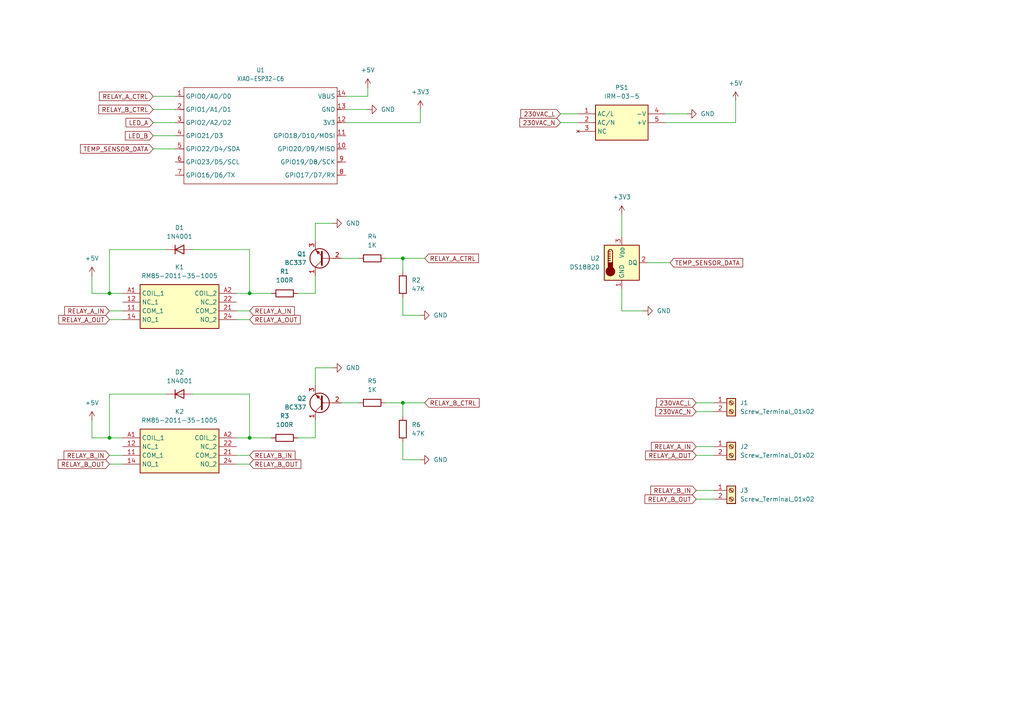
<source format=kicad_sch>
(kicad_sch (version 20250114) (generator "eeschema") (generator_version "9.0")
  (paper "A4")
  (lib_symbols
    (symbol "Connector:Screw_Terminal_01x02" (pin_names (offset 1.016) (hide yes))
      (property "Reference" "J" (at 0 2.54 0))
      (property "Value" "Screw_Terminal_01x02" (at 0 -5.08 0))
      (symbol "Screw_Terminal_01x02_1_1"
        (rectangle (start -1.27 1.27) (end 1.27 -3.81) (stroke (width 0.254)) (fill (type background)))
        (polyline (pts (xy -0.5334 0.3302) (xy 0.3302 -0.508)) (stroke (width 0.1524)))
        (polyline (pts (xy -0.5334 -2.2098) (xy 0.3302 -3.048)) (stroke (width 0.1524)))
        (polyline (pts (xy -0.3556 0.508) (xy 0.508 -0.3302)) (stroke (width 0.1524)))
        (polyline (pts (xy -0.3556 -2.032) (xy 0.508 -2.8702)) (stroke (width 0.1524)))
        (circle (center 0 0) (radius 0.635) (stroke (width 0.1524)))
        (circle (center 0 -2.54) (radius 0.635) (stroke (width 0.1524)))
        (pin passive line (at -5.08 0 0) (length 3.81) (name "Pin_1") (number "1"))
        (pin passive line (at -5.08 -2.54 0) (length 3.81) (name "Pin_2") (number "2"))
      )
    )
    (symbol "Device:R" (pin_numbers (hide yes)) (pin_names (offset 0))
      (property "Reference" "R" (at 2.032 0 90))
      (property "Value" "R" (at 0 0 90))
      (symbol "R_0_1"
        (rectangle (start -1.016 -2.54) (end 1.016 2.54) (stroke (width 0.254)))
      )
      (symbol "R_1_1"
        (pin passive line (at 0 3.81 270) (length 1.27) (name "~") (number "1"))
        (pin passive line (at 0 -3.81 90) (length 1.27) (name "~") (number "2"))
      )
    )
    (symbol "Diode:1N4001" (pin_numbers (hide yes)) (pin_names (hide yes))
      (property "Reference" "D" (at 0 2.54 0))
      (property "Value" "1N4001" (at 0 -2.54 0))
      (symbol "1N4001_0_1"
        (polyline (pts (xy -1.27 1.27) (xy -1.27 -1.27)) (stroke (width 0.254)))
        (polyline (pts (xy 1.27 1.27) (xy 1.27 -1.27) (xy -1.27 0) (xy 1.27 1.27)) (stroke (width 0.254)))
        (polyline (pts (xy 1.27 0) (xy -1.27 0)))
      )
      (symbol "1N4001_1_1"
        (pin passive line (at -3.81 0 0) (length 2.54) (name "K") (number "1"))
        (pin passive line (at 3.81 0 180) (length 2.54) (name "A") (number "2"))
      )
    )
    (symbol "Mean Well:IRM-03-5"
      (property "Reference" "PS" (at 21.59 7.62 0))
      (property "Value" "IRM-03-5" (at 21.59 5.08 0))
      (symbol "IRM-03-5_1_1"
        (rectangle (start 5.08 2.54) (end 20.32 -7.62) (stroke (width 0.254)) (fill (type background)))
        (pin passive line (at 0 0 0) (length 5.08) (name "AC/L") (number "1"))
        (pin passive line (at 0 -2.54 0) (length 5.08) (name "AC/N") (number "2"))
        (pin no_connect line (at 0 -5.08 0) (length 5.08) (name "NC") (number "3"))
        (pin passive line (at 25.4 0 180) (length 5.08) (name "-V") (number "4"))
        (pin passive line (at 25.4 -2.54 180) (length 5.08) (name "+V") (number "5"))
      )
    )
    (symbol "Relpol:RM85-2011-35-1005"
      (property "Reference" "K" (at 29.21 7.62 0))
      (property "Value" "RM85-2011-35-1005" (at 29.21 5.08 0))
      (symbol "RM85-2011-35-1005_1_1"
        (rectangle (start 5.08 2.54) (end 27.94 -10.16) (stroke (width 0.254)) (fill (type background)))
        (pin passive line (at 0 0 0) (length 5.08) (name "COIL_1") (number "A1"))
        (pin passive line (at 0 -2.54 0) (length 5.08) (name "NC_1") (number "12"))
        (pin passive line (at 0 -5.08 0) (length 5.08) (name "COM_1") (number "11"))
        (pin passive line (at 0 -7.62 0) (length 5.08) (name "NO_1") (number "14"))
        (pin passive line (at 33.02 0 180) (length 5.08) (name "COIL_2") (number "A2"))
        (pin passive line (at 33.02 -2.54 180) (length 5.08) (name "NC_2") (number "22"))
        (pin passive line (at 33.02 -5.08 180) (length 5.08) (name "COM_2") (number "21"))
        (pin passive line (at 33.02 -7.62 180) (length 5.08) (name "NO_2") (number "24"))
      )
    )
    (symbol "Seeed Studio:XIAO_ESP32-C6-DIP"
      (property "Reference" "U" (at -20.574 17.018 0))
      (property "Value" "XIAO-ESP32-C6" (at -15.24 14.986 0))
      (symbol "XIAO_ESP32-C6-DIP_1_0"
        (polyline (pts (xy -21.59 13.97) (xy 22.86 13.97)) (stroke (width 0.1524)))
        (polyline (pts (xy -21.59 11.43) (xy -22.86 11.43)) (stroke (width 0.1524)))
        (polyline (pts (xy -21.59 11.43) (xy -21.59 13.97)) (stroke (width 0.1524)))
        (polyline (pts (xy -21.59 7.62) (xy -22.86 7.62)) (stroke (width 0.1524)))
        (polyline (pts (xy -21.59 7.62) (xy -21.59 11.43)) (stroke (width 0.1524)))
        (polyline (pts (xy -21.59 3.81) (xy -22.86 3.81)) (stroke (width 0.1524)))
        (polyline (pts (xy -21.59 3.81) (xy -21.59 7.62)) (stroke (width 0.1524)))
        (polyline (pts (xy -21.59 0) (xy -22.86 0)) (stroke (width 0.1524)))
        (polyline (pts (xy -21.59 0) (xy -21.59 3.81)) (stroke (width 0.1524)))
        (polyline (pts (xy -21.59 -3.81) (xy -22.86 -3.81)) (stroke (width 0.1524)))
        (polyline (pts (xy -21.59 -7.62) (xy -22.86 -7.62)) (stroke (width 0.1524)))
        (polyline (pts (xy -21.59 -11.43) (xy -22.86 -11.43)) (stroke (width 0.1524)))
        (polyline (pts (xy -21.59 -13.97) (xy -21.59 0)) (stroke (width 0.1524)))
        (polyline (pts (xy 22.86 13.97) (xy 22.86 11.43)) (stroke (width 0.1524)))
        (polyline (pts (xy 22.86 11.43) (xy 22.86 7.62)) (stroke (width 0.1524)))
        (polyline (pts (xy 22.86 7.62) (xy 22.86 3.81)) (stroke (width 0.1524)))
        (polyline (pts (xy 22.86 3.81) (xy 22.86 -13.97)) (stroke (width 0.1524)))
        (polyline (pts (xy 22.86 -13.97) (xy -21.59 -13.97)) (stroke (width 0.1524)))
        (polyline (pts (xy 24.13 11.43) (xy 22.86 11.43)) (stroke (width 0.1524)))
        (polyline (pts (xy 24.13 7.62) (xy 22.86 7.62)) (stroke (width 0.1524)))
        (polyline (pts (xy 24.13 3.81) (xy 22.86 3.81)) (stroke (width 0.1524)))
        (polyline (pts (xy 24.13 0) (xy 22.86 0)) (stroke (width 0.1524)))
        (polyline (pts (xy 24.13 -3.81) (xy 22.86 -3.81)) (stroke (width 0.1524)))
        (polyline (pts (xy 24.13 -7.62) (xy 22.86 -7.62)) (stroke (width 0.1524)))
        (polyline (pts (xy 24.13 -11.43) (xy 22.86 -11.43)) (stroke (width 0.1524)))
        (pin passive line (at -24.13 11.43 0) (length 2.54) (name "GPIO0/A0/D0") (number "1"))
        (pin passive line (at -24.13 7.62 0) (length 2.54) (name "GPIO1/A1/D1") (number "2"))
        (pin passive line (at -24.13 3.81 0) (length 2.54) (name "GPIO2/A2/D2") (number "3"))
        (pin passive line (at -24.13 0 0) (length 2.54) (name "GPIO21/D3") (number "4"))
        (pin passive line (at -24.13 -3.81 0) (length 2.54) (name "GPIO22/D4/SDA") (number "5"))
        (pin passive line (at -24.13 -7.62 0) (length 2.54) (name "GPIO23/D5/SCL") (number "6"))
        (pin passive line (at -24.13 -11.43 0) (length 2.54) (name "GPIO16/D6/TX") (number "7"))
        (pin passive line (at 25.4 11.43 180) (length 2.54) (name "VBUS") (number "14"))
        (pin passive line (at 25.4 7.62 180) (length 2.54) (name "GND") (number "13"))
        (pin passive line (at 25.4 3.81 180) (length 2.54) (name "3V3") (number "12"))
        (pin passive line (at 25.4 0 180) (length 2.54) (name "GPIO18/D10/MOSI") (number "11"))
        (pin passive line (at 25.4 -3.81 180) (length 2.54) (name "GPIO20/D9/MISO") (number "10"))
        (pin passive line (at 25.4 -7.62 180) (length 2.54) (name "GPIO19/D8/SCK") (number "9"))
        (pin passive line (at 25.4 -11.43 180) (length 2.54) (name "GPIO17/D7/RX") (number "8"))
      )
    )
    (symbol "Sensor_Temperature:DS18B20"
      (property "Reference" "U" (at -3.81 6.35 0))
      (property "Value" "DS18B20" (at 6.35 6.35 0))
      (symbol "DS18B20_0_1"
        (rectangle (start -5.08 5.08) (end 5.08 -5.08) (stroke (width 0.254)) (fill (type background)))
        (polyline (pts (xy -3.937 3.175) (xy -3.937 0)) (stroke (width 0.254)))
        (polyline (pts (xy -3.937 3.175) (xy -3.302 3.175)) (stroke (width 0.254)))
        (polyline (pts (xy -3.937 2.54) (xy -3.302 2.54)) (stroke (width 0.254)))
        (polyline (pts (xy -3.937 1.905) (xy -3.302 1.905)) (stroke (width 0.254)))
        (polyline (pts (xy -3.937 1.27) (xy -3.302 1.27)) (stroke (width 0.254)))
        (polyline (pts (xy -3.937 0.635) (xy -3.302 0.635)) (stroke (width 0.254)))
        (arc (start -3.937 3.175) (mid -3.302 3.8073) (end -2.667 3.175) (stroke (width 0.254)))
        (circle (center -3.302 -2.54) (radius 1.27) (stroke (width 0.254)) (fill (type outline)))
        (polyline (pts (xy -2.667 3.175) (xy -2.667 0)) (stroke (width 0.254)))
        (rectangle (start -2.667 -1.905) (end -3.937 0) (stroke (width 0.254)) (fill (type outline)))
      )
      (symbol "DS18B20_1_1"
        (pin power_in line (at 0 7.62 270) (length 2.54) (name "V_{DD}") (number "3"))
        (pin power_in line (at 0 -7.62 90) (length 2.54) (name "GND") (number "1"))
        (pin bidirectional line (at 7.62 0 180) (length 2.54) (name "DQ") (number "2"))
      )
    )
    (symbol "Transistor_BJT:BC337" (pin_names (offset 0) (hide yes))
      (property "Reference" "Q" (at 5.08 1.905 0))
      (property "Value" "BC337" (at 5.08 0 0))
      (symbol "BC337_0_1"
        (polyline (pts (xy -2.54 0) (xy 0.635 0)))
        (polyline (pts (xy 0.635 1.905) (xy 0.635 -1.905)) (stroke (width 0.508)))
        (circle (center 1.27 0) (radius 2.8194) (stroke (width 0.254)))
      )
      (symbol "BC337_1_1"
        (polyline (pts (xy 0.635 0.635) (xy 2.54 2.54)))
        (polyline (pts (xy 0.635 -0.635) (xy 2.54 -2.54)))
        (polyline (pts (xy 1.27 -1.778) (xy 1.778 -1.27) (xy 2.286 -2.286) (xy 1.27 -1.778)) (fill (type outline)))
        (pin input line (at -5.08 0 0) (length 2.54) (name "B") (number "2"))
        (pin passive line (at 2.54 5.08 270) (length 2.54) (name "C") (number "1"))
        (pin passive line (at 2.54 -5.08 90) (length 2.54) (name "E") (number "3"))
      )
    )
    (symbol "power:+3V3" (power) (pin_numbers (hide yes)) (pin_names (offset 0) (hide yes))
      (property "Value" "+3V3" (at 0 3.556 0))
      (symbol "+3V3_0_1"
        (polyline (pts (xy -0.762 1.27) (xy 0 2.54)))
        (polyline (pts (xy 0 2.54) (xy 0.762 1.27)))
        (polyline (pts (xy 0 0) (xy 0 2.54)))
      )
      (symbol "+3V3_1_1"
        (pin power_in line (at 0 0 90) (length 0) (name "~") (number "1"))
      )
    )
    (symbol "power:+5V" (power) (pin_numbers (hide yes)) (pin_names (offset 0) (hide yes))
      (property "Value" "+5V" (at 0 3.556 0))
      (symbol "+5V_0_1"
        (polyline (pts (xy -0.762 1.27) (xy 0 2.54)))
        (polyline (pts (xy 0 2.54) (xy 0.762 1.27)))
        (polyline (pts (xy 0 0) (xy 0 2.54)))
      )
      (symbol "+5V_1_1"
        (pin power_in line (at 0 0 90) (length 0) (name "~") (number "1"))
      )
    )
    (symbol "power:GND" (power) (pin_numbers (hide yes)) (pin_names (offset 0) (hide yes))
      (property "Value" "GND" (at 0 -3.81 0))
      (symbol "GND_0_1"
        (polyline (pts (xy 0 0) (xy 0 -1.27) (xy 1.27 -1.27) (xy 0 -2.54) (xy -1.27 -1.27) (xy 0 -1.27)))
      )
      (symbol "GND_1_1"
        (pin power_in line (at 0 0 270) (length 0) (name "~") (number "1"))
      )
    )
  )
  (junction (at 31.75 85.09))
  (junction (at 116.84 74.93))
  (junction (at 31.75 127))
  (junction (at 72.39 85.09))
  (junction (at 72.39 127))
  (junction (at 116.84 116.84))
  (wire (pts (xy 213.36 35.56) (xy 213.36 29.21)))
  (wire (pts (xy 162.56 33.02) (xy 167.64 33.02)))
  (wire (pts (xy 116.84 128.27) (xy 116.84 133.35)))
  (wire (pts (xy 91.44 64.77) (xy 96.52 64.77)))
  (wire (pts (xy 72.39 114.3) (xy 72.39 127)))
  (wire (pts (xy 106.68 27.94) (xy 106.68 25.4)))
  (wire (pts (xy 26.67 85.09) (xy 31.75 85.09)))
  (wire (pts (xy 26.67 80.01) (xy 26.67 85.09)))
  (wire (pts (xy 31.75 127) (xy 35.56 127)))
  (wire (pts (xy 26.67 121.92) (xy 26.67 127)))
  (wire (pts (xy 44.45 39.37) (xy 50.8 39.37)))
  (wire (pts (xy 68.58 134.62) (xy 72.39 134.62)))
  (wire (pts (xy 91.44 69.85) (xy 91.44 64.77)))
  (wire (pts (xy 116.84 116.84) (xy 123.19 116.84)))
  (wire (pts (xy 31.75 134.62) (xy 35.56 134.62)))
  (wire (pts (xy 72.39 85.09) (xy 78.74 85.09)))
  (wire (pts (xy 31.75 92.71) (xy 35.56 92.71)))
  (wire (pts (xy 31.75 114.3) (xy 31.75 127)))
  (wire (pts (xy 116.84 133.35) (xy 121.92 133.35)))
  (wire (pts (xy 193.04 33.02) (xy 199.39 33.02)))
  (wire (pts (xy 99.06 116.84) (xy 104.14 116.84)))
  (wire (pts (xy 86.36 127) (xy 91.44 127)))
  (wire (pts (xy 116.84 74.93) (xy 116.84 78.74)))
  (wire (pts (xy 201.93 116.84) (xy 207.01 116.84)))
  (wire (pts (xy 72.39 127) (xy 78.74 127)))
  (wire (pts (xy 201.93 119.38) (xy 207.01 119.38)))
  (wire (pts (xy 55.88 114.3) (xy 72.39 114.3)))
  (wire (pts (xy 48.26 72.39) (xy 31.75 72.39)))
  (wire (pts (xy 116.84 116.84) (xy 116.84 120.65)))
  (wire (pts (xy 44.45 27.94) (xy 50.8 27.94)))
  (wire (pts (xy 116.84 91.44) (xy 121.92 91.44)))
  (wire (pts (xy 91.44 111.76) (xy 91.44 106.68)))
  (wire (pts (xy 116.84 74.93) (xy 123.19 74.93)))
  (wire (pts (xy 180.34 62.23) (xy 180.34 68.58)))
  (wire (pts (xy 72.39 127) (xy 68.58 127)))
  (wire (pts (xy 99.06 74.93) (xy 104.14 74.93)))
  (wire (pts (xy 26.67 127) (xy 31.75 127)))
  (wire (pts (xy 55.88 72.39) (xy 72.39 72.39)))
  (wire (pts (xy 44.45 31.75) (xy 50.8 31.75)))
  (wire (pts (xy 201.93 144.78) (xy 207.01 144.78)))
  (wire (pts (xy 201.93 129.54) (xy 207.01 129.54)))
  (wire (pts (xy 44.45 35.56) (xy 50.8 35.56)))
  (wire (pts (xy 111.76 116.84) (xy 116.84 116.84)))
  (wire (pts (xy 68.58 90.17) (xy 72.39 90.17)))
  (wire (pts (xy 31.75 90.17) (xy 35.56 90.17)))
  (wire (pts (xy 180.34 83.82) (xy 180.34 90.17)))
  (wire (pts (xy 91.44 85.09) (xy 91.44 80.01)))
  (wire (pts (xy 72.39 72.39) (xy 72.39 85.09)))
  (wire (pts (xy 162.56 35.56) (xy 167.64 35.56)))
  (wire (pts (xy 100.33 35.56) (xy 121.92 35.56)))
  (wire (pts (xy 72.39 85.09) (xy 68.58 85.09)))
  (wire (pts (xy 100.33 31.75) (xy 106.68 31.75)))
  (wire (pts (xy 31.75 85.09) (xy 35.56 85.09)))
  (wire (pts (xy 68.58 92.71) (xy 72.39 92.71)))
  (wire (pts (xy 31.75 72.39) (xy 31.75 85.09)))
  (wire (pts (xy 100.33 27.94) (xy 106.68 27.94)))
  (wire (pts (xy 91.44 127) (xy 91.44 121.92)))
  (wire (pts (xy 201.93 132.08) (xy 207.01 132.08)))
  (wire (pts (xy 111.76 74.93) (xy 116.84 74.93)))
  (wire (pts (xy 187.96 76.2) (xy 194.31 76.2)))
  (wire (pts (xy 31.75 132.08) (xy 35.56 132.08)))
  (wire (pts (xy 44.45 43.18) (xy 50.8 43.18)))
  (wire (pts (xy 121.92 35.56) (xy 121.92 31.75)))
  (wire (pts (xy 116.84 86.36) (xy 116.84 91.44)))
  (wire (pts (xy 180.34 90.17) (xy 186.69 90.17)))
  (wire (pts (xy 201.93 142.24) (xy 207.01 142.24)))
  (wire (pts (xy 91.44 106.68) (xy 96.52 106.68)))
  (wire (pts (xy 193.04 35.56) (xy 213.36 35.56)))
  (wire (pts (xy 86.36 85.09) (xy 91.44 85.09)))
  (wire (pts (xy 48.26 114.3) (xy 31.75 114.3)))
  (wire (pts (xy 68.58 132.08) (xy 72.39 132.08)))
  (global_label "TEMP_SENSOR_DATA" (shape input) (at 44.45 43.18 180) (property "Intersheetrefs" "${INTERSHEET_REFS}" (effects (hide yes))))
  (global_label "RELAY_A_IN" (shape input) (at 72.39 90.17 0) (property "Intersheetrefs" "${INTERSHEET_REFS}" (effects (hide yes))))
  (global_label "RELAY_A_OUT" (shape input) (at 72.39 92.71 0) (property "Intersheetrefs" "${INTERSHEET_REFS}" (effects (hide yes))))
  (global_label "230VAC_N" (shape input) (at 201.93 119.38 180) (property "Intersheetrefs" "${INTERSHEET_REFS}" (effects (hide yes))))
  (global_label "RELAY_A_OUT" (shape input) (at 31.75 92.71 180) (property "Intersheetrefs" "${INTERSHEET_REFS}" (effects (hide yes))))
  (global_label "RELAY_B_IN" (shape input) (at 72.39 132.08 0) (property "Intersheetrefs" "${INTERSHEET_REFS}" (effects (hide yes))))
  (global_label "TEMP_SENSOR_DATA" (shape input) (at 194.31 76.2 0) (property "Intersheetrefs" "${INTERSHEET_REFS}" (effects (hide yes))))
  (global_label "RELAY_B_CTRL" (shape input) (at 44.45 31.75 180) (property "Intersheetrefs" "${INTERSHEET_REFS}" (effects (hide yes))))
  (global_label "LED_A" (shape input) (at 44.45 35.56 180) (property "Intersheetrefs" "${INTERSHEET_REFS}" (effects (hide yes))))
  (global_label "LED_B" (shape input) (at 44.45 39.37 180) (property "Intersheetrefs" "${INTERSHEET_REFS}" (effects (hide yes))))
  (global_label "RELAY_B_OUT" (shape input) (at 31.75 134.62 180) (property "Intersheetrefs" "${INTERSHEET_REFS}" (effects (hide yes))))
  (global_label "230VAC_L" (shape input) (at 201.93 116.84 180) (property "Intersheetrefs" "${INTERSHEET_REFS}" (effects (hide yes))))
  (global_label "RELAY_B_IN" (shape input) (at 31.75 132.08 180) (property "Intersheetrefs" "${INTERSHEET_REFS}" (effects (hide yes))))
  (global_label "RELAY_A_IN" (shape input) (at 31.75 90.17 180) (property "Intersheetrefs" "${INTERSHEET_REFS}" (effects (hide yes))))
  (global_label "230VAC_L" (shape input) (at 162.56 33.02 180) (property "Intersheetrefs" "${INTERSHEET_REFS}" (effects (hide yes))))
  (global_label "RELAY_A_IN" (shape input) (at 201.93 129.54 180) (property "Intersheetrefs" "${INTERSHEET_REFS}" (effects (hide yes))))
  (global_label "RELAY_B_IN" (shape input) (at 201.93 142.24 180) (property "Intersheetrefs" "${INTERSHEET_REFS}" (effects (hide yes))))
  (global_label "230VAC_N" (shape input) (at 162.56 35.56 180) (property "Intersheetrefs" "${INTERSHEET_REFS}" (effects (hide yes))))
  (global_label "RELAY_A_CTRL" (shape input) (at 44.45 27.94 180) (property "Intersheetrefs" "${INTERSHEET_REFS}" (effects (hide yes))))
  (global_label "RELAY_A_CTRL" (shape input) (at 123.19 74.93 0) (property "Intersheetrefs" "${INTERSHEET_REFS}" (effects (hide yes))))
  (global_label "RELAY_B_OUT" (shape input) (at 201.93 144.78 180) (property "Intersheetrefs" "${INTERSHEET_REFS}" (effects (hide yes))))
  (global_label "RELAY_A_OUT" (shape input) (at 201.93 132.08 180) (property "Intersheetrefs" "${INTERSHEET_REFS}" (effects (hide yes))))
  (global_label "RELAY_B_CTRL" (shape input) (at 123.19 116.84 0) (property "Intersheetrefs" "${INTERSHEET_REFS}" (effects (hide yes))))
  (global_label "RELAY_B_OUT" (shape input) (at 72.39 134.62 0) (property "Intersheetrefs" "${INTERSHEET_REFS}" (effects (hide yes))))
  (symbol (lib_id "Sensor_Temperature:DS18B20") (at 180.34 76.2 0) (unit 1)
    (property "Reference" "U2" (at 173.99 74.9299 0) (effects (justify right)))
    (property "Value" "DS18B20" (at 173.99 77.4699 0) (effects (justify right)))
    (property "Footprint" "Package_TO_SOT_THT:TO-92_Inline" (effects (hide yes)))
    (property "Datasheet" "http://datasheets.maximintegrated.com/en/ds/DS18B20.pdf" (effects (hide yes)))
    (property "Description" "Programmable Resolution 1-Wire Digital Thermometer TO-92" (effects (hide yes)))
  )
  (symbol (lib_id "power:+5V") (at 213.36 29.21 0) (unit 1)
    (property "Reference" "#PWR08" (effects (hide yes)))
    (property "Value" "+5V" (at 213.36 24.13 0))
    (property "Description" "Power symbol creates a global label with name \"+5V\"" (effects (hide yes)))
  )
  (symbol (lib_id "Mean Well:IRM-03-5") (at 167.64 33.02 0) (unit 1)
    (property "Reference" "PS1" (at 180.34 25.4 0))
    (property "Value" "IRM-03-5" (at 180.34 27.94 0))
    (property "Footprint" "IRM0312" (effects (hide yes)))
    (property "Datasheet" "https://www.meanwell.com/Upload/PDF/IRM-03/IRM-03-SPEC.PDF" (effects (hide yes)))
    (property "Description" "Mean Well 3W Encapsulated Switch Mode Power Supply, 0  600mA, 5V dc" (effects (hide yes)))
    (property "Manufacturer_Name" "Mean Well" (effects (hide yes)))
    (property "Manufacturer_Part_Number" "IRM-03-5" (effects (hide yes)))
  )
  (symbol (lib_id "Relpol:RM85-2011-35-1005") (at 35.56 127 0) (unit 1)
    (property "Reference" "K2" (at 52.07 119.38 0))
    (property "Value" "RM85-2011-35-1005" (at 52.07 121.92 0))
    (property "Footprint" "Relpol:relpol_rm85_2011_35_1005" (effects (hide yes)))
    (property "Datasheet" "https://www.tme.eu/Document/59558cd216efa4c8744bca8622313f6c/e_RM85.pdf" (effects (hide yes)))
    (property "Description" "Relpol PCB Mount Non-Latching Relay, 5V dc Coil 16 A Non-Latching Relay" (effects (hide yes)))
    (property "Height" "15.7" (effects (hide yes)))
    (property "Manufacturer_Name" "Relpol" (effects (hide yes)))
    (property "Manufacturer_Part_Number" "RM85-2011-35-1005" (effects (hide yes)))
  )
  (symbol (lib_id "power:+5V") (at 106.68 25.4 0) (unit 1)
    (property "Reference" "#PWR05" (effects (hide yes)))
    (property "Value" "+5V" (at 106.68 20.32 0))
    (property "Description" "Power symbol creates a global label with name \"+5V\"" (effects (hide yes)))
  )
  (symbol (lib_id "Connector:Screw_Terminal_01x02") (at 212.09 129.54 0) (unit 1)
    (property "Reference" "J2" (at 214.63 129.5399 0) (effects (justify left)))
    (property "Value" "Screw_Terminal_01x02" (at 214.63 132.0799 0) (effects (justify left)))
    (property "Footprint" "Degson Electronics:SHDR2W100P0X500_1X2_1000X780X1020P" (effects (hide yes)))
    (property "Description" "Generic screw terminal, single row, 01x02, script generated (kicad-library-utils/schlib/autogen/connector/)" (effects (hide yes)))
  )
  (symbol (lib_id "Device:R") (at 116.84 82.55 0) (unit 1)
    (property "Reference" "R2" (at 119.38 81.2799 0) (effects (justify left)))
    (property "Value" "47K" (at 119.38 83.8199 0) (effects (justify left)))
    (property "Footprint" "Resistor_THT:R_Axial_DIN0204_L3.6mm_D1.6mm_P7.62mm_Horizontal" (effects (hide yes)))
    (property "Description" "Resistor" (effects (hide yes)))
  )
  (symbol (lib_id "Device:R") (at 107.95 116.84 90) (unit 1)
    (property "Reference" "R5" (at 107.95 110.49 90))
    (property "Value" "1K" (at 107.95 113.03 90))
    (property "Footprint" "Resistor_THT:R_Axial_DIN0204_L3.6mm_D1.6mm_P7.62mm_Horizontal" (effects (hide yes)))
    (property "Description" "Resistor" (effects (hide yes)))
  )
  (symbol (lib_id "Relpol:RM85-2011-35-1005") (at 35.56 85.09 0) (unit 1)
    (property "Reference" "K1" (at 52.07 77.47 0))
    (property "Value" "RM85-2011-35-1005" (at 52.07 80.01 0))
    (property "Footprint" "Relpol:relpol_rm85_2011_35_1005" (effects (hide yes)))
    (property "Datasheet" "https://www.tme.eu/Document/59558cd216efa4c8744bca8622313f6c/e_RM85.pdf" (effects (hide yes)))
    (property "Description" "Relpol PCB Mount Non-Latching Relay, 5V dc Coil 16 A Non-Latching Relay" (effects (hide yes)))
    (property "Height" "15.7" (effects (hide yes)))
    (property "Manufacturer_Name" "Relpol" (effects (hide yes)))
    (property "Manufacturer_Part_Number" "RM85-2011-35-1005" (effects (hide yes)))
  )
  (symbol (lib_id "Device:R") (at 107.95 74.93 90) (unit 1)
    (property "Reference" "R4" (at 107.95 68.58 90))
    (property "Value" "1K" (at 107.95 71.12 90))
    (property "Footprint" "Resistor_THT:R_Axial_DIN0204_L3.6mm_D1.6mm_P7.62mm_Horizontal" (effects (hide yes)))
    (property "Description" "Resistor" (effects (hide yes)))
  )
  (symbol (lib_id "Transistor_BJT:BC337") (at 93.98 74.93 180) (unit 1)
    (property "Reference" "Q1" (at 88.9 73.6599 0) (effects (justify left)))
    (property "Value" "BC337" (at 88.9 76.1999 0) (effects (justify left)))
    (property "Footprint" "Package_TO_SOT_THT:TO-92_Inline" (effects (hide yes)))
    (property "Datasheet" "https://diotec.com/tl_files/diotec/files/pdf/datasheets/bc337.pdf" (effects (hide yes)))
    (property "Description" "0.8A Ic, 45V Vce, NPN Transistor, TO-92" (effects (hide yes)))
  )
  (symbol (lib_id "Diode:1N4001") (at 52.07 72.39 0) (unit 1)
    (property "Reference" "D1" (at 52.07 66.04 0))
    (property "Value" "1N4001" (at 52.07 68.58 0))
    (property "Footprint" "Diode_THT:D_A-405_P7.62mm_Horizontal" (effects (hide yes)))
    (property "Datasheet" "http://www.vishay.com/docs/88503/1n4001.pdf" (effects (hide yes)))
    (property "Description" "50V 1A General Purpose Rectifier Diode, DO-41" (effects (hide yes)))
    (property "Sim.Device" "D" (effects (hide yes)))
    (property "Sim.Pins" "1=K 2=A" (effects (hide yes)))
  )
  (symbol (lib_id "power:+5V") (at 26.67 121.92 0) (unit 1)
    (property "Reference" "#PWR09" (effects (hide yes)))
    (property "Value" "+5V" (at 26.67 116.84 0))
    (property "Description" "Power symbol creates a global label with name \"+5V\"" (effects (hide yes)))
  )
  (symbol (lib_id "power:+5V") (at 26.67 80.01 0) (unit 1)
    (property "Reference" "#PWR02" (effects (hide yes)))
    (property "Value" "+5V" (at 26.67 74.93 0))
    (property "Description" "Power symbol creates a global label with name \"+5V\"" (effects (hide yes)))
  )
  (symbol (lib_id "power:GND") (at 121.92 133.35 90) (unit 1)
    (property "Reference" "#PWR011" (effects (hide yes)))
    (property "Value" "GND" (at 125.73 133.3499 90) (effects (justify right)))
    (property "Description" "Power symbol creates a global label with name \"GND\" , ground" (effects (hide yes)))
  )
  (symbol (lib_id "Transistor_BJT:BC337") (at 93.98 116.84 180) (unit 1)
    (property "Reference" "Q2" (at 88.9 115.5699 0) (effects (justify left)))
    (property "Value" "BC337" (at 88.9 118.1099 0) (effects (justify left)))
    (property "Footprint" "Package_TO_SOT_THT:TO-92_Inline" (effects (hide yes)))
    (property "Datasheet" "https://diotec.com/tl_files/diotec/files/pdf/datasheets/bc337.pdf" (effects (hide yes)))
    (property "Description" "0.8A Ic, 45V Vce, NPN Transistor, TO-92" (effects (hide yes)))
  )
  (symbol (lib_id "Connector:Screw_Terminal_01x02") (at 212.09 116.84 0) (unit 1)
    (property "Reference" "J1" (at 214.63 116.8399 0) (effects (justify left)))
    (property "Value" "Screw_Terminal_01x02" (at 214.63 119.3799 0) (effects (justify left)))
    (property "Footprint" "Degson Electronics:SHDR2W100P0X500_1X2_1000X780X1020P" (effects (hide yes)))
    (property "Description" "Generic screw terminal, single row, 01x02, script generated (kicad-library-utils/schlib/autogen/connector/)" (effects (hide yes)))
  )
  (symbol (lib_id "Seeed Studio:XIAO_ESP32-C6-DIP") (at 74.93 39.37 0) (unit 1)
    (property "Reference" "U1" (at 75.565 20.32 0) (effects (font (size 1.27 1.0795))))
    (property "Value" "XIAO-ESP32-C6" (at 75.565 22.86 0) (effects (font (size 1.27 1.0795))))
    (property "Footprint" "Seeed Studio:seeed_studio_xiao_esp32c6_dip" (effects (hide yes)))
    (property "SKU" "XIAO-DIP" (effects (hide yes)))
  )
  (symbol (lib_id "power:GND") (at 199.39 33.02 90) (unit 1)
    (property "Reference" "#PWR07" (effects (hide yes)))
    (property "Value" "GND" (at 203.2 33.0199 90) (effects (justify right)))
    (property "Description" "Power symbol creates a global label with name \"GND\" , ground" (effects (hide yes)))
  )
  (symbol (lib_id "power:GND") (at 96.52 64.77 90) (unit 1)
    (property "Reference" "#PWR06" (effects (hide yes)))
    (property "Value" "GND" (at 100.33 64.7699 90) (effects (justify right)))
    (property "Description" "Power symbol creates a global label with name \"GND\" , ground" (effects (hide yes)))
  )
  (symbol (lib_id "power:+3V3") (at 180.34 62.23 0) (unit 1)
    (property "Reference" "#PWR012" (effects (hide yes)))
    (property "Value" "+3V3" (at 180.34 57.15 0))
    (property "Description" "Power symbol creates a global label with name \"+3V3\"" (effects (hide yes)))
  )
  (symbol (lib_id "power:GND") (at 186.69 90.17 90) (unit 1)
    (property "Reference" "#PWR013" (effects (hide yes)))
    (property "Value" "GND" (at 190.5 90.1699 90) (effects (justify right)))
    (property "Description" "Power symbol creates a global label with name \"GND\" , ground" (effects (hide yes)))
  )
  (symbol (lib_id "Device:R") (at 82.55 127 90) (unit 1)
    (property "Reference" "R3" (at 82.55 120.65 90))
    (property "Value" "100R" (at 82.55 123.19 90))
    (property "Footprint" "Resistor_THT:R_Axial_DIN0204_L3.6mm_D1.6mm_P7.62mm_Horizontal" (effects (hide yes)))
    (property "Description" "Resistor" (effects (hide yes)))
  )
  (symbol (lib_id "power:+3V3") (at 121.92 31.75 0) (unit 1)
    (property "Reference" "#PWR04" (effects (hide yes)))
    (property "Value" "+3V3" (at 121.92 26.67 0))
    (property "Description" "Power symbol creates a global label with name \"+3V3\"" (effects (hide yes)))
  )
  (symbol (lib_id "Device:R") (at 116.84 124.46 0) (unit 1)
    (property "Reference" "R6" (at 119.38 123.1899 0) (effects (justify left)))
    (property "Value" "47K" (at 119.38 125.7299 0) (effects (justify left)))
    (property "Footprint" "Resistor_THT:R_Axial_DIN0204_L3.6mm_D1.6mm_P7.62mm_Horizontal" (effects (hide yes)))
    (property "Description" "Resistor" (effects (hide yes)))
  )
  (symbol (lib_id "power:GND") (at 121.92 91.44 90) (unit 1)
    (property "Reference" "#PWR03" (effects (hide yes)))
    (property "Value" "GND" (at 125.73 91.4399 90) (effects (justify right)))
    (property "Description" "Power symbol creates a global label with name \"GND\" , ground" (effects (hide yes)))
  )
  (symbol (lib_id "Device:R") (at 82.55 85.09 90) (unit 1)
    (property "Reference" "R1" (at 82.55 78.74 90))
    (property "Value" "100R" (at 82.55 81.28 90))
    (property "Footprint" "Resistor_THT:R_Axial_DIN0204_L3.6mm_D1.6mm_P7.62mm_Horizontal" (effects (hide yes)))
    (property "Description" "Resistor" (effects (hide yes)))
  )
  (symbol (lib_id "Connector:Screw_Terminal_01x02") (at 212.09 142.24 0) (unit 1)
    (property "Reference" "J3" (at 214.63 142.2399 0) (effects (justify left)))
    (property "Value" "Screw_Terminal_01x02" (at 214.63 144.7799 0) (effects (justify left)))
    (property "Footprint" "Degson Electronics:SHDR2W100P0X500_1X2_1000X780X1020P" (effects (hide yes)))
    (property "Description" "Generic screw terminal, single row, 01x02, script generated (kicad-library-utils/schlib/autogen/connector/)" (effects (hide yes)))
  )
  (symbol (lib_id "power:GND") (at 96.52 106.68 90) (unit 1)
    (property "Reference" "#PWR010" (effects (hide yes)))
    (property "Value" "GND" (at 100.33 106.6799 90) (effects (justify right)))
    (property "Description" "Power symbol creates a global label with name \"GND\" , ground" (effects (hide yes)))
  )
  (symbol (lib_id "power:GND") (at 106.68 31.75 90) (unit 1)
    (property "Reference" "#PWR01" (effects (hide yes)))
    (property "Value" "GND" (at 110.49 31.7499 90) (effects (justify right)))
    (property "Description" "Power symbol creates a global label with name \"GND\" , ground" (effects (hide yes)))
  )
  (symbol (lib_id "Diode:1N4001") (at 52.07 114.3 0) (unit 1)
    (property "Reference" "D2" (at 52.07 107.95 0))
    (property "Value" "1N4001" (at 52.07 110.49 0))
    (property "Footprint" "Diode_THT:D_A-405_P7.62mm_Horizontal" (effects (hide yes)))
    (property "Datasheet" "http://www.vishay.com/docs/88503/1n4001.pdf" (effects (hide yes)))
    (property "Description" "50V 1A General Purpose Rectifier Diode, DO-41" (effects (hide yes)))
    (property "Sim.Device" "D" (effects (hide yes)))
    (property "Sim.Pins" "1=K 2=A" (effects (hide yes)))
  )
)
</source>
